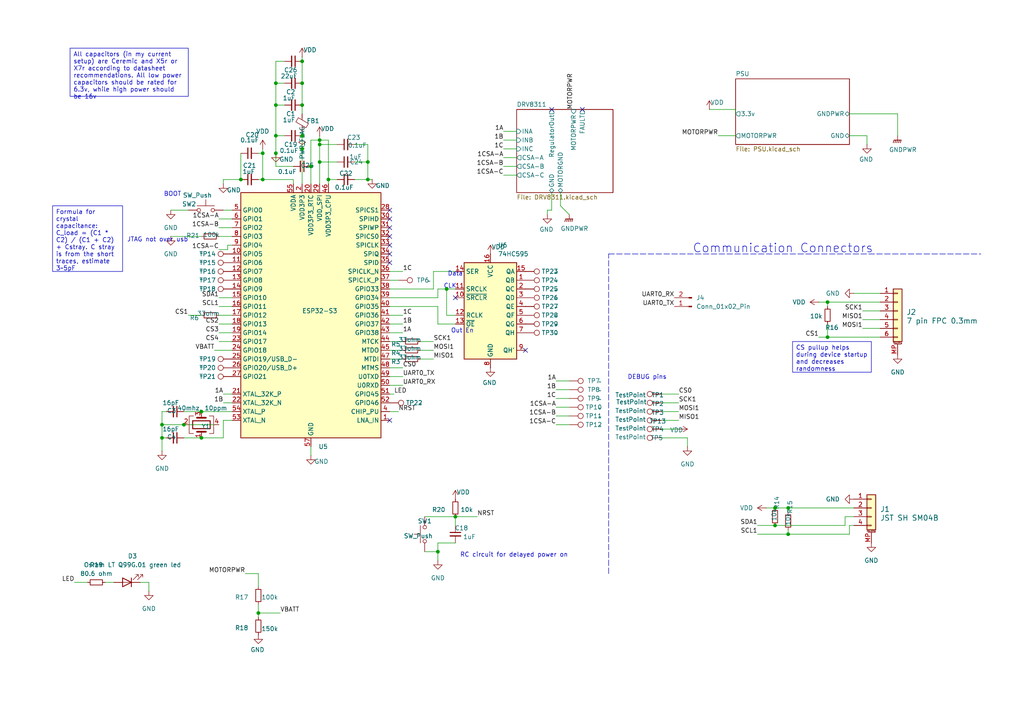
<source format=kicad_sch>
(kicad_sch (version 20231120) (generator "eeschema") (generator_version "8.0")
  (paper "A4")
  (title_block (date "2024-03-29") (rev "V1 Alpha"))
  (lib_symbols
    (symbol "74xx:74HC595"
      (property "Reference" "U" (at -7.62 13.97 0))
      (property "Value" "74HC595" (at -7.62 -16.51 0))
      (symbol "74HC595_1_0"
        (pin tri_state line (at 10.16 7.62 180) (length 2.54) (name "QB") (number "1"))
        (pin input line (at -10.16 2.54 0) (length 2.54) (name "~{SRCLR}") (number "10"))
        (pin input line (at -10.16 5.08 0) (length 2.54) (name "SRCLK") (number "11"))
        (pin input line (at -10.16 -2.54 0) (length 2.54) (name "RCLK") (number "12"))
        (pin input line (at -10.16 -5.08 0) (length 2.54) (name "~{OE}") (number "13"))
        (pin input line (at -10.16 10.16 0) (length 2.54) (name "SER") (number "14"))
        (pin tri_state line (at 10.16 10.16 180) (length 2.54) (name "QA") (number "15"))
        (pin power_in line (at 0 15.24 270) (length 2.54) (name "VCC") (number "16"))
        (pin tri_state line (at 10.16 5.08 180) (length 2.54) (name "QC") (number "2"))
        (pin tri_state line (at 10.16 2.54 180) (length 2.54) (name "QD") (number "3"))
        (pin tri_state line (at 10.16 0 180) (length 2.54) (name "QE") (number "4"))
        (pin tri_state line (at 10.16 -2.54 180) (length 2.54) (name "QF") (number "5"))
        (pin tri_state line (at 10.16 -5.08 180) (length 2.54) (name "QG") (number "6"))
        (pin tri_state line (at 10.16 -7.62 180) (length 2.54) (name "QH") (number "7"))
        (pin power_in line (at 0 -17.78 90) (length 2.54) (name "GND") (number "8"))
        (pin output line (at 10.16 -12.7 180) (length 2.54) (name "QH'") (number "9"))
      )
    )
    (symbol "Connector:Conn_01x02_Pin" (pin_names (offset 1.016) hide)
      (property "Reference" "J" (at 0 2.54 0))
      (property "Value" "Conn_01x02_Pin" (at 0 -5.08 0))
      (symbol "Conn_01x02_Pin_1_1"
        (pin passive line (at 5.08 0 180) (length 3.81) (name "Pin_1") (number "1"))
        (pin passive line (at 5.08 -2.54 180) (length 3.81) (name "Pin_2") (number "2"))
      )
    )
    (symbol "Connector:TestPoint" (pin_numbers hide) (pin_names (offset 0.762) hide)
      (property "Reference" "TP" (at 0 6.858 0))
      (property "Value" "TestPoint" (at 0 5.08 0))
      (symbol "TestPoint_1_1"
        (pin passive line (at 0 0 90) (length 2.54) (name "1") (number "1"))
      )
    )
    (symbol "Connector_Generic_MountingPin:Conn_01x04_MountingPin" (pin_names (offset 1.016) hide)
      (property "Reference" "J" (at 0 5.08 0))
      (property "Value" "Conn_01x04_MountingPin" (at 1.27 -7.62 0))
      (symbol "Conn_01x04_MountingPin_1_1"
        (text "Mounting" (at 0 -6.731 0) (effects (font (size 0.381 0.381))))
        (pin passive line (at -5.08 2.54 0) (length 3.81) (name "Pin_1") (number "1"))
        (pin passive line (at -5.08 0 0) (length 3.81) (name "Pin_2") (number "2"))
        (pin passive line (at -5.08 -2.54 0) (length 3.81) (name "Pin_3") (number "3"))
        (pin passive line (at -5.08 -5.08 0) (length 3.81) (name "Pin_4") (number "4"))
        (pin passive line (at 0 -10.16 90) (length 3.048) (name "MountPin") (number "MP"))
      )
    )
    (symbol "Connector_Generic_MountingPin:Conn_01x06_MountingPin" (pin_names (offset 1.016) hide)
      (property "Reference" "J" (at 0 7.62 0))
      (property "Value" "Conn_01x06_MountingPin" (at 1.27 -10.16 0))
      (symbol "Conn_01x06_MountingPin_1_1"
        (text "Mounting" (at 0 -9.271 0) (effects (font (size 0.381 0.381))))
        (pin passive line (at -5.08 5.08 0) (length 3.81) (name "Pin_1") (number "1"))
        (pin passive line (at -5.08 2.54 0) (length 3.81) (name "Pin_2") (number "2"))
        (pin passive line (at -5.08 0 0) (length 3.81) (name "Pin_3") (number "3"))
        (pin passive line (at -5.08 -2.54 0) (length 3.81) (name "Pin_4") (number "4"))
        (pin passive line (at -5.08 -5.08 0) (length 3.81) (name "Pin_5") (number "5"))
        (pin passive line (at -5.08 -7.62 0) (length 3.81) (name "Pin_6") (number "6"))
        (pin passive line (at 0 -12.7 90) (length 3.048) (name "MountPin") (number "MP"))
      )
    )
    (symbol "Device:C_Small" (pin_numbers hide) (pin_names (offset 0.254) hide)
      (property "Reference" "C" (at 0.254 1.778 0))
      (property "Value" "C_Small" (at 0.254 -2.032 0))
      (symbol "C_Small_1_1"
        (pin passive line (at 0 2.54 270) (length 2.032) (name "~") (number "1"))
        (pin passive line (at 0 -2.54 90) (length 2.032) (name "~") (number "2"))
      )
    )
    (symbol "Device:Crystal_GND24" (pin_names (offset 1.016) hide)
      (property "Reference" "Y" (at 3.175 5.08 0))
      (property "Value" "Crystal_GND24" (at 3.175 3.175 0))
      (symbol "Crystal_GND24_1_1"
        (pin passive line (at -3.81 0 0) (length 1.27) (name "1") (number "1"))
        (pin passive line (at 0 5.08 270) (length 1.27) (name "2") (number "2"))
        (pin passive line (at 3.81 0 180) (length 1.27) (name "3") (number "3"))
        (pin passive line (at 0 -5.08 90) (length 1.27) (name "4") (number "4"))
      )
    )
    (symbol "Device:FerriteBead_Small" (pin_numbers hide) (pin_names (offset 0))
      (property "Reference" "FB" (at 1.905 1.27 0))
      (property "Value" "FerriteBead_Small" (at 1.905 -1.27 0))
      (symbol "FerriteBead_Small_1_1"
        (pin passive line (at 0 2.54 270) (length 1.27) (name "~") (number "1"))
        (pin passive line (at 0 -2.54 90) (length 1.27) (name "~") (number "2"))
      )
    )
    (symbol "Device:LED" (pin_numbers hide) (pin_names (offset 1.016) hide)
      (property "Reference" "D" (at 0 2.54 0))
      (property "Value" "LED" (at 0 -2.54 0))
      (symbol "LED_1_1"
        (pin passive line (at -3.81 0 0) (length 2.54) (name "K") (number "1"))
        (pin passive line (at 3.81 0 180) (length 2.54) (name "A") (number "2"))
      )
    )
    (symbol "Device:R_Small" (pin_numbers hide) (pin_names (offset 0.254) hide)
      (property "Reference" "R" (at 0.762 0.508 0))
      (property "Value" "R_Small" (at 0.762 -1.016 0))
      (symbol "R_Small_1_1"
        (pin passive line (at 0 2.54 270) (length 0.762) (name "~") (number "1"))
        (pin passive line (at 0 -2.54 90) (length 0.762) (name "~") (number "2"))
      )
    )
    (symbol "MCU_Espressif:ESP32-S3"
      (property "Reference" "U" (at 10.16 -38.1 0))
      (property "Value" "ESP32-S3" (at 13.97 -40.64 0))
      (symbol "ESP32-S3_1_0"
        (pin bidirectional line (at 22.86 12.7 180) (length 2.54) (name "SPICLK_N") (number "36"))
        (pin bidirectional line (at 22.86 -10.16 180) (length 2.54) (name "MTDO") (number "45"))
        (pin bidirectional line (at 22.86 -22.86 180) (length 2.54) (name "GPIO45") (number "51"))
        (pin passive line (at -5.08 38.1 270) (length 2.54) hide (name "VDDA") (number "56"))
      )
      (symbol "ESP32-S3_1_1"
        (pin bidirectional line (at 22.86 -30.48 180) (length 2.54) (name "LNA_IN") (number "1"))
        (pin bidirectional line (at -22.86 17.78 0) (length 2.54) (name "GPIO5") (number "10"))
        (pin bidirectional line (at -22.86 15.24 0) (length 2.54) (name "GPIO6") (number "11"))
        (pin bidirectional line (at -22.86 12.7 0) (length 2.54) (name "GPIO7") (number "12"))
        (pin bidirectional line (at -22.86 10.16 0) (length 2.54) (name "GPIO8") (number "13"))
        (pin bidirectional line (at -22.86 7.62 0) (length 2.54) (name "GPIO9") (number "14"))
        (pin bidirectional line (at -22.86 5.08 0) (length 2.54) (name "GPIO10") (number "15"))
        (pin bidirectional line (at -22.86 2.54 0) (length 2.54) (name "GPIO11") (number "16"))
        (pin bidirectional line (at -22.86 0 0) (length 2.54) (name "GPIO12") (number "17"))
        (pin bidirectional line (at -22.86 -2.54 0) (length 2.54) (name "GPIO13") (number "18"))
        (pin bidirectional line (at -22.86 -5.08 0) (length 2.54) (name "GPIO14") (number "19"))
        (pin power_in line (at -2.54 38.1 270) (length 2.54) (name "VDD3P3") (number "2"))
        (pin power_in line (at 0 38.1 270) (length 2.54) (name "VDD3P3_RTC") (number "20"))
        (pin passive line (at -22.86 -22.86 0) (length 2.54) (name "XTAL_32K_P") (number "21"))
        (pin passive line (at -22.86 -25.4 0) (length 2.54) (name "XTAL_32K_N") (number "22"))
        (pin bidirectional line (at -22.86 -7.62 0) (length 2.54) (name "GPIO17") (number "23"))
        (pin bidirectional line (at -22.86 -10.16 0) (length 2.54) (name "GPIO18") (number "24"))
        (pin bidirectional line (at -22.86 -12.7 0) (length 2.54) (name "GPIO19/USB_D-") (number "25"))
        (pin bidirectional line (at -22.86 -15.24 0) (length 2.54) (name "GPIO20/USB_D+") (number "26"))
        (pin bidirectional line (at -22.86 -17.78 0) (length 2.54) (name "GPIO21") (number "27"))
        (pin bidirectional line (at 22.86 30.48 180) (length 2.54) (name "SPICS1") (number "28"))
        (pin power_in line (at 2.54 38.1 270) (length 2.54) (name "VDD_SPI") (number "29"))
        (pin passive line (at -2.54 38.1 270) (length 2.54) hide (name "VDD3P3") (number "3"))
        (pin bidirectional line (at 22.86 27.94 180) (length 2.54) (name "SPIHD") (number "30"))
        (pin bidirectional line (at 22.86 25.4 180) (length 2.54) (name "SPIWP") (number "31"))
        (pin bidirectional line (at 22.86 22.86 180) (length 2.54) (name "SPICS0") (number "32"))
        (pin bidirectional line (at 22.86 20.32 180) (length 2.54) (name "SPICLK") (number "33"))
        (pin bidirectional line (at 22.86 17.78 180) (length 2.54) (name "SPIQ") (number "34"))
        (pin bidirectional line (at 22.86 15.24 180) (length 2.54) (name "SPID") (number "35"))
        (pin bidirectional line (at 22.86 10.16 180) (length 2.54) (name "SPICLK_P") (number "37"))
        (pin bidirectional line (at 22.86 7.62 180) (length 2.54) (name "GPIO33") (number "38"))
        (pin bidirectional line (at 22.86 5.08 180) (length 2.54) (name "GPIO34") (number "39"))
        (pin input line (at 22.86 -27.94 180) (length 2.54) (name "CHIP_PU") (number "4"))
        (pin bidirectional line (at 22.86 2.54 180) (length 2.54) (name "GPIO35") (number "40"))
        (pin bidirectional line (at 22.86 0 180) (length 2.54) (name "GPIO36") (number "41"))
        (pin bidirectional line (at 22.86 -2.54 180) (length 2.54) (name "GPIO37") (number "42"))
        (pin bidirectional line (at 22.86 -5.08 180) (length 2.54) (name "GPIO38") (number "43"))
        (pin bidirectional line (at 22.86 -7.62 180) (length 2.54) (name "MTCK") (number "44"))
        (pin power_in line (at 5.08 38.1 270) (length 2.54) (name "VDD3P3_CPU") (number "46"))
        (pin bidirectional line (at 22.86 -12.7 180) (length 2.54) (name "MTDI") (number "47"))
        (pin bidirectional line (at 22.86 -15.24 180) (length 2.54) (name "MTMS") (number "48"))
        (pin bidirectional line (at 22.86 -17.78 180) (length 2.54) (name "U0TXD") (number "49"))
        (pin bidirectional line (at -22.86 30.48 0) (length 2.54) (name "GPIO0") (number "5"))
        (pin bidirectional line (at 22.86 -20.32 180) (length 2.54) (name "U0RXD") (number "50"))
        (pin bidirectional line (at 22.86 -25.4 180) (length 2.54) (name "GPIO46") (number "52"))
        (pin output line (at -22.86 -30.48 0) (length 2.54) (name "XTAL_N") (number "53"))
        (pin input line (at -22.86 -27.94 0) (length 2.54) (name "XTAL_P") (number "54"))
        (pin power_in line (at -5.08 38.1 270) (length 2.54) (name "VDDA") (number "55"))
        (pin power_in line (at 0 -38.1 90) (length 2.54) (name "GND") (number "57"))
        (pin bidirectional line (at -22.86 27.94 0) (length 2.54) (name "GPIO1") (number "6"))
        (pin bidirectional line (at -22.86 25.4 0) (length 2.54) (name "GPIO2") (number "7"))
        (pin bidirectional line (at -22.86 22.86 0) (length 2.54) (name "GPIO3") (number "8"))
        (pin bidirectional line (at -22.86 20.32 0) (length 2.54) (name "GPIO4") (number "9"))
      )
    )
    (symbol "Switch:SW_Push" (pin_numbers hide) (pin_names (offset 1.016) hide)
      (property "Reference" "SW" (at 1.27 2.54 0))
      (property "Value" "SW_Push" (at 0 -1.524 0))
      (symbol "SW_Push_0_1"
        (pin passive line (at -5.08 0 0) (length 2.54) (name "1") (number "1"))
        (pin passive line (at 5.08 0 180) (length 2.54) (name "2") (number "2"))
      )
    )
    (symbol "power:GND" (power) (pin_numbers hide) (pin_names (offset 0) hide)
      (property "Value" "GND" (at 0 -3.81 0))
      (symbol "GND_1_1"
        (pin power_in line (at 0 0 270) (length 0) (name "~") (number "1"))
      )
    )
    (symbol "power:GNDPWR" (power) (pin_numbers hide) (pin_names (offset 0) hide)
      (property "Value" "GNDPWR" (at 0 -3.302 0))
      (symbol "GNDPWR_1_1"
        (pin power_in line (at 0 0 270) (length 0) (name "~") (number "1"))
      )
    )
    (symbol "power:PWR_FLAG" (power) (pin_numbers hide) (pin_names (offset 0) hide)
      (property "Value" "PWR_FLAG" (at 0 3.81 0))
      (symbol "PWR_FLAG_0_0"
        (pin power_out line (at 0 0 90) (length 0) (name "~") (number "1"))
      )
    )
    (symbol "power:VDD" (power) (pin_numbers hide) (pin_names (offset 0) hide)
      (property "Value" "VDD" (at 0 3.556 0))
      (symbol "VDD_1_1"
        (pin power_in line (at 0 0 90) (length 0) (name "~") (number "1"))
      )
    )
  )
  (junction (at 228.6 147.32))
  (junction (at 76.2 52.07))
  (junction (at 127 160.02))
  (junction (at 69.85 52.07))
  (junction (at 58.42 119.38))
  (junction (at 92.71 41.91))
  (junction (at 74.93 177.8))
  (junction (at 53.34 123.19))
  (junction (at 92.71 40.64))
  (junction (at 106.68 52.07))
  (junction (at 80.01 24.13))
  (junction (at 87.63 30.48))
  (junction (at 87.63 43.18))
  (junction (at 240.03 87.63))
  (junction (at 87.63 39.37))
  (junction (at 132.08 149.86))
  (junction (at 90.17 48.26))
  (junction (at 80.01 44.45))
  (junction (at 224.79 152.4))
  (junction (at 76.2 44.45))
  (junction (at 228.6 154.94))
  (junction (at 240.03 97.79))
  (junction (at 95.25 52.07))
  (junction (at 87.63 24.13))
  (junction (at 106.68 46.99))
  (junction (at 46.99 123.19))
  (junction (at 92.71 46.99))
  (junction (at 58.42 127))
  (junction (at 80.01 30.48))
  (junction (at 80.01 39.37))
  (junction (at 46.99 127))
  (junction (at 87.63 17.78))
  (junction (at 224.79 147.32))
  (junction (at 129.54 83.82))
  (no_connect (at 113.03 121.92))
  (no_connect (at 113.03 68.58))
  (no_connect (at 113.03 71.12))
  (no_connect (at 168.91 31.75))
  (no_connect (at 113.03 63.5))
  (no_connect (at 113.03 76.2))
  (no_connect (at 152.4 101.6))
  (no_connect (at 113.03 66.04))
  (no_connect (at 113.03 60.96))
  (no_connect (at 160.02 31.75))
  (no_connect (at 113.03 73.66))
  (no_connect (at 132.08 86.36))
  (wire (pts (xy 158.75 60.96) (xy 160.02 60.96)))
  (wire (pts (xy 53.34 127) (xy 58.42 127)))
  (wire (pts (xy 30.48 168.91) (xy 33.02 168.91)))
  (wire (pts (xy 113.03 101.6) (xy 116.84 101.6)))
  (wire (pts (xy 116.84 78.74) (xy 113.03 78.74)))
  (wire (pts (xy 40.64 168.91) (xy 43.18 168.91)))
  (wire (pts (xy 90.17 40.64) (xy 90.17 48.26)))
  (wire (pts (xy 64.77 52.07) (xy 69.85 52.07)))
  (wire (pts (xy 222.25 147.32) (xy 224.79 147.32)))
  (wire (pts (xy 67.31 88.9) (xy 63.5 88.9)))
  (wire (pts (xy 97.79 41.91) (xy 92.71 41.91)))
  (wire (pts (xy 46.99 127) (xy 48.26 127)))
  (wire (pts (xy 54.61 91.44) (xy 58.42 91.44)))
  (wire (pts (xy 246.38 33.02) (xy 260.35 33.02)))
  (wire (pts (xy 146.05 43.18) (xy 149.86 43.18)))
  (wire (pts (xy 80.01 17.78) (xy 80.01 24.13)))
  (wire (pts (xy 87.63 17.78) (xy 87.63 24.13)))
  (wire (pts (xy 191.77 127) (xy 199.39 127)))
  (wire (pts (xy 228.6 154.94) (xy 246.38 154.94)))
  (wire (pts (xy 46.99 119.38) (xy 46.99 123.19)))
  (wire (pts (xy 127 88.9) (xy 113.03 88.9)))
  (wire (pts (xy 90.17 48.26) (xy 90.17 53.34)))
  (wire (pts (xy 92.71 46.99) (xy 92.71 53.34)))
  (wire (pts (xy 97.79 46.99) (xy 92.71 46.99)))
  (wire (pts (xy 92.71 41.91) (xy 92.71 46.99)))
  (wire (pts (xy 191.77 121.92) (xy 196.85 121.92)))
  (wire (pts (xy 132.08 78.74) (xy 125.73 78.74)))
  (wire (pts (xy 74.93 44.45) (xy 76.2 44.45)))
  (wire (pts (xy 129.54 91.44) (xy 129.54 83.82)))
  (wire (pts (xy 146.05 40.64) (xy 149.86 40.64)))
  (wire (pts (xy 161.29 110.49) (xy 165.1 110.49)))
  (wire (pts (xy 85.09 48.26) (xy 80.01 48.26)))
  (wire (pts (xy 127 157.48) (xy 127 160.02)))
  (wire (pts (xy 102.87 52.07) (xy 106.68 52.07)))
  (wire (pts (xy 146.05 45.72) (xy 149.86 45.72)))
  (wire (pts (xy 237.49 87.63) (xy 240.03 87.63)))
  (wire (pts (xy 87.63 33.02) (xy 87.63 30.48)))
  (wire (pts (xy 106.68 41.91) (xy 106.68 46.99)))
  (wire (pts (xy 224.79 147.32) (xy 228.6 147.32)))
  (wire (pts (xy 247.65 152.4) (xy 246.38 152.4)))
  (wire (pts (xy 95.25 40.64) (xy 92.71 40.64)))
  (wire (pts (xy 76.2 44.45) (xy 76.2 43.18)))
  (wire (pts (xy 115.57 119.38) (xy 113.03 119.38)))
  (wire (pts (xy 240.03 97.79) (xy 255.27 97.79)))
  (wire (pts (xy 63.5 93.98) (xy 67.31 93.98)))
  (wire (pts (xy 107.95 52.07) (xy 106.68 52.07)))
  (wire (pts (xy 76.2 44.45) (xy 76.2 52.07)))
  (wire (pts (xy 63.5 72.39) (xy 66.04 72.39)))
  (wire (pts (xy 250.19 95.25) (xy 255.27 95.25)))
  (wire (pts (xy 95.25 40.64) (xy 95.25 52.07)))
  (wire (pts (xy 113.03 99.06) (xy 116.84 99.06)))
  (wire (pts (xy 80.01 24.13) (xy 80.01 30.48)))
  (wire (pts (xy 160.02 60.96) (xy 160.02 55.88)))
  (wire (pts (xy 106.68 46.99) (xy 106.68 52.07)))
  (wire (pts (xy 74.93 52.07) (xy 76.2 52.07)))
  (wire (pts (xy 161.29 113.03) (xy 165.1 113.03)))
  (wire (pts (xy 127 83.82) (xy 127 86.36)))
  (wire (pts (xy 87.63 43.18) (xy 87.63 53.34)))
  (wire (pts (xy 85.09 53.34) (xy 85.09 52.07)))
  (wire (pts (xy 161.29 120.65) (xy 165.1 120.65)))
  (wire (pts (xy 132.08 157.48) (xy 127 157.48)))
  (wire (pts (xy 240.03 87.63) (xy 240.03 88.9)))
  (polyline (pts (xy 176.53 166.37) (xy 176.53 73.66)) (stroke (width 0) (type dash)))
  (wire (pts (xy 64.77 60.96) (xy 67.31 60.96)))
  (wire (pts (xy 92.71 39.37) (xy 92.71 40.64)))
  (wire (pts (xy 92.71 40.64) (xy 92.71 41.91)))
  (wire (pts (xy 102.87 41.91) (xy 106.68 41.91)))
  (wire (pts (xy 123.19 160.02) (xy 127 160.02)))
  (wire (pts (xy 113.03 104.14) (xy 116.84 104.14)))
  (wire (pts (xy 74.93 177.8) (xy 74.93 179.07)))
  (wire (pts (xy 58.42 119.38) (xy 67.31 119.38)))
  (wire (pts (xy 64.77 121.92) (xy 64.77 127)))
  (wire (pts (xy 63.5 66.04) (xy 67.31 66.04)))
  (wire (pts (xy 125.73 78.74) (xy 125.73 83.82)))
  (wire (pts (xy 161.29 115.57) (xy 165.1 115.57)))
  (wire (pts (xy 246.38 152.4) (xy 246.38 154.94)))
  (wire (pts (xy 62.23 101.6) (xy 67.31 101.6)))
  (wire (pts (xy 146.05 48.26) (xy 149.86 48.26)))
  (wire (pts (xy 80.01 24.13) (xy 82.55 24.13)))
  (wire (pts (xy 191.77 116.84) (xy 196.85 116.84)))
  (wire (pts (xy 246.38 39.37) (xy 251.46 39.37)))
  (wire (pts (xy 132.08 149.86) (xy 138.43 149.86)))
  (wire (pts (xy 251.46 39.37) (xy 251.46 41.91)))
  (wire (pts (xy 90.17 132.08) (xy 90.17 129.54)))
  (wire (pts (xy 87.63 38.1) (xy 87.63 39.37)))
  (wire (pts (xy 132.08 83.82) (xy 129.54 83.82)))
  (wire (pts (xy 129.54 83.82) (xy 127 83.82)))
  (wire (pts (xy 247.65 149.86) (xy 245.11 149.86)))
  (wire (pts (xy 228.6 154.94) (xy 228.6 153.67)))
  (wire (pts (xy 127 160.02) (xy 127 162.56)))
  (wire (pts (xy 21.59 168.91) (xy 25.4 168.91)))
  (wire (pts (xy 46.99 119.38) (xy 48.26 119.38)))
  (wire (pts (xy 102.87 46.99) (xy 106.68 46.99)))
  (wire (pts (xy 116.84 96.52) (xy 113.03 96.52)))
  (wire (pts (xy 49.53 68.58) (xy 58.42 68.58)))
  (wire (pts (xy 87.63 24.13) (xy 87.63 30.48)))
  (wire (pts (xy 161.29 118.11) (xy 165.1 118.11)))
  (wire (pts (xy 80.01 30.48) (xy 80.01 39.37)))
  (wire (pts (xy 245.11 149.86) (xy 245.11 152.4)))
  (wire (pts (xy 87.63 16.51) (xy 87.63 17.78)))
  (wire (pts (xy 132.08 93.98) (xy 127 93.98)))
  (wire (pts (xy 191.77 124.46) (xy 196.85 124.46)))
  (wire (pts (xy 208.28 39.37) (xy 213.36 39.37)))
  (wire (pts (xy 125.73 99.06) (xy 121.92 99.06)))
  (wire (pts (xy 116.84 93.98) (xy 113.03 93.98)))
  (wire (pts (xy 132.08 91.44) (xy 129.54 91.44)))
  (wire (pts (xy 64.77 116.84) (xy 67.31 116.84)))
  (wire (pts (xy 114.3 114.3) (xy 113.03 114.3)))
  (wire (pts (xy 250.19 90.17) (xy 255.27 90.17)))
  (wire (pts (xy 71.12 166.37) (xy 74.93 166.37)))
  (wire (pts (xy 53.34 123.19) (xy 63.5 123.19)))
  (wire (pts (xy 127 93.98) (xy 127 88.9)))
  (wire (pts (xy 199.39 127) (xy 199.39 129.54)))
  (wire (pts (xy 146.05 50.8) (xy 149.86 50.8)))
  (wire (pts (xy 240.03 93.98) (xy 240.03 97.79)))
  (wire (pts (xy 46.99 123.19) (xy 46.99 127)))
  (wire (pts (xy 116.84 109.22) (xy 113.03 109.22)))
  (wire (pts (xy 64.77 127) (xy 58.42 127)))
  (wire (pts (xy 224.79 152.4) (xy 245.11 152.4)))
  (wire (pts (xy 63.5 99.06) (xy 67.31 99.06)))
  (wire (pts (xy 116.84 111.76) (xy 113.03 111.76)))
  (wire (pts (xy 205.74 31.75) (xy 213.36 31.75)))
  (wire (pts (xy 240.03 87.63) (xy 255.27 87.63)))
  (wire (pts (xy 74.93 166.37) (xy 74.93 170.18)))
  (polyline (pts (xy 176.53 73.66) (xy 284.48 73.66)) (stroke (width 0) (type dash)))
  (wire (pts (xy 95.25 52.07) (xy 95.25 53.34)))
  (wire (pts (xy 191.77 119.38) (xy 196.85 119.38)))
  (wire (pts (xy 87.63 39.37) (xy 87.63 43.18)))
  (wire (pts (xy 63.5 68.58) (xy 67.31 68.58)))
  (wire (pts (xy 127 86.36) (xy 113.03 86.36)))
  (wire (pts (xy 213.36 31.75) (xy 213.36 33.02)))
  (wire (pts (xy 66.04 72.39) (xy 66.04 71.12)))
  (wire (pts (xy 80.01 39.37) (xy 80.01 44.45)))
  (wire (pts (xy 219.71 154.94) (xy 228.6 154.94)))
  (wire (pts (xy 162.56 59.69) (xy 165.1 62.23)))
  (wire (pts (xy 162.56 55.88) (xy 162.56 59.69)))
  (wire (pts (xy 228.6 147.32) (xy 228.6 148.59)))
  (wire (pts (xy 53.34 119.38) (xy 58.42 119.38)))
  (wire (pts (xy 121.92 101.6) (xy 125.73 101.6)))
  (wire (pts (xy 97.79 52.07) (xy 95.25 52.07)))
  (wire (pts (xy 43.18 168.91) (xy 43.18 171.45)))
  (wire (pts (xy 82.55 30.48) (xy 80.01 30.48)))
  (wire (pts (xy 113.03 81.28) (xy 115.57 81.28)))
  (wire (pts (xy 80.01 44.45) (xy 80.01 48.26)))
  (wire (pts (xy 113.03 106.68) (xy 116.84 106.68)))
  (wire (pts (xy 121.92 104.14) (xy 125.73 104.14)))
  (wire (pts (xy 64.77 53.34) (xy 64.77 52.07)))
  (wire (pts (xy 74.93 175.26) (xy 74.93 177.8)))
  (wire (pts (xy 146.05 38.1) (xy 149.86 38.1)))
  (wire (pts (xy 82.55 17.78) (xy 80.01 17.78)))
  (wire (pts (xy 196.85 114.3) (xy 191.77 114.3)))
  (wire (pts (xy 69.85 44.45) (xy 69.85 52.07)))
  (wire (pts (xy 132.08 149.86) (xy 132.08 152.4)))
  (wire (pts (xy 80.01 39.37) (xy 82.55 39.37)))
  (wire (pts (xy 161.29 123.19) (xy 165.1 123.19)))
  (wire (pts (xy 63.5 96.52) (xy 67.31 96.52)))
  (wire (pts (xy 228.6 147.32) (xy 247.65 147.32)))
  (wire (pts (xy 76.2 52.07) (xy 85.09 52.07)))
  (wire (pts (xy 49.53 60.96) (xy 54.61 60.96)))
  (wire (pts (xy 250.19 92.71) (xy 255.27 92.71)))
  (wire (pts (xy 125.73 83.82) (xy 113.03 83.82)))
  (wire (pts (xy 66.04 71.12) (xy 67.31 71.12)))
  (wire (pts (xy 260.35 39.37) (xy 260.35 33.02)))
  (wire (pts (xy 219.71 152.4) (xy 224.79 152.4)))
  (wire (pts (xy 63.5 63.5) (xy 67.31 63.5)))
  (wire (pts (xy 63.5 91.44) (xy 67.31 91.44)))
  (wire (pts (xy 123.19 149.86) (xy 132.08 149.86)))
  (wire (pts (xy 46.99 127) (xy 46.99 130.81)))
  (wire (pts (xy 74.93 177.8) (xy 81.28 177.8)))
  (wire (pts (xy 46.99 123.19) (xy 53.34 123.19)))
  (wire (pts (xy 90.17 40.64) (xy 92.71 40.64)))
  (wire (pts (xy 237.49 97.79) (xy 240.03 97.79)))
  (wire (pts (xy 64.77 114.3) (xy 67.31 114.3)))
  (wire (pts (xy 116.84 91.44) (xy 113.03 91.44)))
  (wire (pts (xy 67.31 86.36) (xy 63.5 86.36)))
  (wire (pts (xy 67.31 121.92) (xy 64.77 121.92)))
  (wire (pts (xy 247.65 85.09) (xy 255.27 85.09)))
  (wire (pts (xy 158.75 60.96) (xy 158.75 62.23)))
  (text_box "CS pullup helps during device startup and decreases randomness" (at 229.87 99.06 0) (size 22.86 8.89) (effects (font (size 1.27 1.27)) (justify left top)))
  (text_box "All capacitors (in my current setup) are Ceremic and X5r or X7r according to datasheet recommendations. All low power capacitors should be rated for 6.3v, while high power should be 16v" (at 20.32 13.97 0) (size 34.29 13.97) (effects (font (size 1.27 1.27)) (justify left top)))
  (text_box "Formula for crystal capacitance: C_load = (C1 * C2) / (C1 + C2) + Cstray. C stray is from the short traces, estimate 3~5pF" (at 15.24 59.69 0) (size 20.32 19.05) (effects (font (size 1.27 1.27)) (justify left top)))
  (text "Communication Connectors" (at 227.076 72.136 0) (effects (font (size 2.54 2.54))))
  (text "JTAG not over usb" (at 45.72 69.596 0) (effects (font (size 1.27 1.27))))
  (text "RC circuit for delayed power on" (at 149.098 161.036 0) (effects (font (size 1.27 1.27))))
  (text "Data" (at 132.08 79.502 0) (effects (font (size 1.27 1.27))))
  (text "BOOT" (at 50.038 56.388 0) (effects (font (size 1.27 1.27))))
  (text "CLK" (at 130.556 83.058 0) (effects (font (size 1.27 1.27))))
  (text "DEBUG pins" (at 187.706 109.474 0) (effects (font (size 1.27 1.27))))
  (text "Out En" (at 134.112 96.012 0) (effects (font (size 1.27 1.27))))
  (label "VBATT" (at 81.28 177.8 0))
  (label "SCK1" (at 196.85 116.84 0))
  (label "VBATT" (at 62.23 101.6 180))
  (label "SDA1" (at 63.5 86.36 180))
  (label "LED" (at 21.59 168.91 180))
  (label "UART0_TX" (at 116.84 109.22 0))
  (label "SCL1" (at 63.5 88.9 180))
  (label "CS0" (at 116.84 106.68 0))
  (label "CS1" (at 54.61 91.44 180))
  (label "1CSA-B" (at 63.5 66.04 180))
  (label "1B" (at 161.29 113.03 180))
  (label "UART0_RX" (at 195.58 86.36 180))
  (label "UART0_RX" (at 116.84 111.76 0))
  (label "SCK1" (at 250.19 90.17 180))
  (label "1A" (at 161.29 110.49 180))
  (label "1B" (at 64.77 116.84 180))
  (label "MOTORPWR" (at 166.37 31.75 90))
  (label "1B" (at 116.84 93.98 0))
  (label "SCL1" (at 219.71 154.94 180))
  (label "1CSA-A" (at 161.29 118.11 180))
  (label "NRST" (at 138.43 149.86 0))
  (label "1B" (at 146.05 40.64 180))
  (label "1C" (at 161.29 115.57 180))
  (label "1CSA-B" (at 146.05 48.26 180))
  (label "1CSA-C" (at 63.5 72.39 180))
  (label "1C" (at 146.05 43.18 180))
  (label "MOSI1" (at 196.85 119.38 0))
  (label "MOTORPWR" (at 71.12 166.37 180))
  (label "1CSA-A" (at 63.5 63.5 180))
  (label "CS4" (at 63.5 99.06 180))
  (label "CS2" (at 63.5 93.98 180))
  (label "CS1" (at 237.49 97.79 180))
  (label "MISO1" (at 196.85 121.92 0))
  (label "CS0" (at 196.85 114.3 0))
  (label "MISO1" (at 250.19 92.71 180))
  (label "UART0_TX" (at 195.58 88.9 180))
  (label "1A" (at 116.84 96.52 0))
  (label "1C" (at 116.84 78.74 0))
  (label "CS3" (at 63.5 96.52 180))
  (label "1CSA-C" (at 161.29 123.19 180))
  (label "MISO1" (at 125.73 104.14 0))
  (label "1C" (at 116.84 91.44 0))
  (label "1A" (at 64.77 114.3 180))
  (label "MOSI1" (at 125.73 101.6 0))
  (label "SCK1" (at 125.73 99.06 0))
  (label "1CSA-B" (at 161.29 120.65 180))
  (label "1CSA-C" (at 146.05 50.8 180))
  (label "1A" (at 146.05 38.1 180))
  (label "MOTORPWR" (at 208.28 39.37 180))
  (label "NRST" (at 115.57 119.38 0))
  (label "1CSA-A" (at 146.05 45.72 180))
  (label "SDA1" (at 219.71 152.4 180))
  (label "MOSI1" (at 250.19 95.25 180))
  (label "LED" (at 114.3 114.3 0))
  (symbol (lib_id "Device:C_Small") (at 72.39 52.07 90) (unit 1)
    (property "Reference" "C21" (at 72.39 48.006 90))
    (property "Value" "1uF" (at 72.136 49.784 90))
    (property "Footprint" "Capacitor_SMD:C_0603_1608Metric" (effects (hide yes)))
    (property "Description" "Unpolarized capacitor, small symbol" (effects (hide yes)))
  )
  (symbol (lib_id "power:GND") (at 158.75 62.23 0) (unit 1)
    (property "Reference" "#PWR09" (effects (hide yes)))
    (property "Value" "GND" (at 158.496 66.548 0))
    (property "Description" "Power symbol creates a global label with name \"GND\" , ground" (effects (hide yes)))
  )
  (symbol (lib_id "Connector:TestPoint") (at 152.4 81.28 270) (unit 1)
    (property "Reference" "TP24" (at 159.512 81.28 90))
    (property "Value" "~" (at 161.29 81.534 90))
    (property "Footprint" "TestPoint:TestPoint_Pad_D1.5mm" (effects (hide yes)))
    (property "Description" "test point" (effects (hide yes)))
  )
  (symbol (lib_id "Connector:TestPoint") (at 67.31 83.82 90) (unit 1)
    (property "Reference" "TP18" (at 60.198 83.82 90))
    (property "Value" "~" (at 58.42 83.566 90))
    (property "Footprint" "TestPoint:TestPoint_Pad_D1.5mm" (effects (hide yes)))
    (property "Description" "test point" (effects (hide yes)))
  )
  (symbol (lib_id "power:VDD") (at 142.24 73.66 0) (unit 1)
    (property "Reference" "#PWR035" (effects (hide yes)))
    (property "Value" "VDD" (at 144.526 71.628 0))
    (property "Description" "Power symbol creates a global label with name \"VDD\"" (effects (hide yes)))
  )
  (symbol (lib_id "Device:C_Small") (at 87.63 48.26 270) (unit 1)
    (property "Reference" "C25" (at 89.154 48.006 90))
    (property "Value" "0.1uF" (at 83.312 49.784 90))
    (property "Footprint" "Capacitor_SMD:C_0603_1608Metric" (effects (hide yes)))
    (property "Description" "Unpolarized capacitor, small symbol" (effects (hide yes)))
  )
  (symbol (lib_id "Device:R_Small") (at 228.6 151.13 0) (unit 1)
    (property "Reference" "R15" (at 229.108 147.066 90))
    (property "Value" "10k" (at 228.6 150.622 90))
    (property "Footprint" "Resistor_SMD:R_0603_1608Metric" (effects (hide yes)))
    (property "Description" "Resistor, small symbol" (effects (hide yes)))
  )
  (symbol (lib_id "Device:R_Small") (at 240.03 91.44 0) (unit 1)
    (property "Reference" "R16" (at 241.3 94.996 0))
    (property "Value" "10k" (at 236.728 91.694 0))
    (property "Footprint" "Resistor_SMD:R_0603_1608Metric" (effects (hide yes)))
    (property "Description" "Resistor, small symbol" (effects (hide yes)))
  )
  (symbol (lib_id "power:GND") (at 247.65 85.09 270) (unit 1)
    (property "Reference" "#PWR016" (effects (hide yes)))
    (property "Value" "GND" (at 243.586 85.0899 90) (effects (justify right)))
    (property "Description" "Power symbol creates a global label with name \"GND\" , ground" (effects (hide yes)))
  )
  (symbol (lib_id "power:GND") (at 49.53 60.96 0) (unit 1)
    (property "Reference" "#PWR032" (effects (hide yes)))
    (property "Value" "GND" (at 49.53 66.04 0))
    (property "Description" "Power symbol creates a global label with name \"GND\" , ground" (effects (hide yes)))
  )
  (symbol (lib_id "Connector:TestPoint") (at 165.1 120.65 270) (unit 1)
    (property "Reference" "TP11" (at 172.212 120.65 90))
    (property "Value" "~" (at 173.99 120.904 90))
    (property "Footprint" "TestPoint:TestPoint_Pad_D1.5mm" (effects (hide yes)))
    (property "Description" "test point" (effects (hide yes)))
  )
  (symbol (lib_id "Switch:SW_Push") (at 123.19 154.94 90) (unit 1)
    (property "Reference" "SW1" (at 121.158 151.13 90) (effects (justify right)))
    (property "Value" "SW_Push" (at 117.094 155.448 90) (effects (justify right)))
    (property "Footprint" "Button_Switch_SMD:SW_Push_1P1T_NO_CK_KMR2" (effects (hide yes)))
    (property "Description" "Push button switch, generic, two pins" (effects (hide yes)))
  )
  (symbol (lib_id "power:VDD") (at 92.71 39.37 0) (unit 1)
    (property "Reference" "#PWR04" (effects (hide yes)))
    (property "Value" "VDD" (at 94.996 37.338 0))
    (property "Description" "Power symbol creates a global label with name \"VDD\"" (effects (hide yes)))
  )
  (symbol (lib_id "power:GND") (at 247.65 144.78 270) (unit 1)
    (property "Reference" "#PWR014" (effects (hide yes)))
    (property "Value" "GND" (at 243.586 144.7799 90) (effects (justify right)))
    (property "Description" "Power symbol creates a global label with name \"GND\" , ground" (effects (hide yes)))
  )
  (symbol (lib_id "power:GND") (at 90.17 132.08 0) (unit 1)
    (property "Reference" "#PWR013" (effects (hide yes)))
    (property "Value" "GND" (at 93.218 133.858 0))
    (property "Description" "Power symbol creates a global label with name \"GND\" , ground" (effects (hide yes)))
  )
  (symbol (lib_id "power:GND") (at 74.93 184.15 0) (unit 1)
    (property "Reference" "#PWR026" (effects (hide yes)))
    (property "Value" "GND" (at 74.676 188.468 0))
    (property "Description" "Power symbol creates a global label with name \"GND\" , ground" (effects (hide yes)))
  )
  (symbol (lib_id "Connector:TestPoint") (at 115.57 81.28 270) (unit 1)
    (property "Reference" "TP6" (at 122.682 81.28 90))
    (property "Value" "~" (at 124.46 81.534 90))
    (property "Footprint" "TestPoint:TestPoint_Pad_D1.5mm" (effects (hide yes)))
    (property "Description" "test point" (effects (hide yes)))
  )
  (symbol (lib_id "power:GND") (at 80.01 44.45 0) (unit 1)
    (property "Reference" "#PWR03" (effects (hide yes)))
    (property "Value" "GND" (at 83.058 46.228 0))
    (property "Description" "Power symbol creates a global label with name \"GND\" , ground" (effects (hide yes)))
  )
  (symbol (lib_id "Connector:TestPoint") (at 67.31 76.2 90) (unit 1)
    (property "Reference" "TP15" (at 60.198 76.2 90))
    (property "Value" "~" (at 58.42 75.946 90))
    (property "Footprint" "TestPoint:TestPoint_Pad_D1.5mm" (effects (hide yes)))
    (property "Description" "test point" (effects (hide yes)))
  )
  (symbol (lib_id "Device:R_Small") (at 74.93 181.61 180) (unit 1)
    (property "Reference" "R18" (at 70.104 182.118 0))
    (property "Value" "150k" (at 78.232 182.372 0))
    (property "Footprint" "Resistor_SMD:R_0603_1608Metric" (effects (hide yes)))
    (property "Description" "Resistor, small symbol" (effects (hide yes)))
  )
  (symbol (lib_id "power:VDD") (at 237.49 87.63 90) (unit 1)
    (property "Reference" "#PWR017" (effects (hide yes)))
    (property "Value" "VDD" (at 233.68 87.6299 90) (effects (justify left)))
    (property "Description" "Power symbol creates a global label with name \"VDD\"" (effects (hide yes)))
  )
  (symbol (lib_id "power:GND") (at 142.24 106.68 0) (unit 1)
    (property "Reference" "#PWR036" (effects (hide yes)))
    (property "Value" "GND" (at 141.986 110.998 0))
    (property "Description" "Power symbol creates a global label with name \"GND\" , ground" (effects (hide yes)))
  )
  (symbol (lib_id "power:GND") (at 107.95 52.07 0) (unit 1)
    (property "Reference" "#PWR031" (effects (hide yes)))
    (property "Value" "GND" (at 110.998 53.848 0))
    (property "Description" "Power symbol creates a global label with name \"GND\" , ground" (effects (hide yes)))
  )
  (symbol (lib_id "Device:R_Small") (at 74.93 172.72 180) (unit 1)
    (property "Reference" "R17" (at 70.104 173.228 0))
    (property "Value" "100k" (at 78.232 173.228 0))
    (property "Footprint" "Resistor_SMD:R_0603_1608Metric" (effects (hide yes)))
    (property "Description" "Resistor, small symbol" (effects (hide yes)))
  )
  (symbol (lib_id "Device:C_Small") (at 72.39 44.45 90) (unit 1)
    (property "Reference" "C20" (at 73.152 39.116 90))
    (property "Value" "0.1uF" (at 72.3963 40.64 90))
    (property "Footprint" "Capacitor_SMD:C_0603_1608Metric" (effects (hide yes)))
    (property "Description" "Unpolarized capacitor, small symbol" (effects (hide yes)))
  )
  (symbol (lib_id "Device:R_Small") (at 132.08 147.32 180) (unit 1)
    (property "Reference" "R20" (at 127.254 147.828 0))
    (property "Value" "10k" (at 135.382 147.828 0))
    (property "Footprint" "Resistor_SMD:R_0603_1608Metric" (effects (hide yes)))
    (property "Description" "Resistor, small symbol" (effects (hide yes)))
  )
  (symbol (lib_id "Connector:TestPoint") (at 152.4 83.82 270) (unit 1)
    (property "Reference" "TP25" (at 159.512 83.82 90))
    (property "Value" "~" (at 161.29 84.074 90))
    (property "Footprint" "TestPoint:TestPoint_Pad_D1.5mm" (effects (hide yes)))
    (property "Description" "test point" (effects (hide yes)))
  )
  (symbol (lib_id "power:GND") (at 43.18 171.45 0) (unit 1)
    (property "Reference" "#PWR028" (effects (hide yes)))
    (property "Value" "GND" (at 43.18 176.53 0))
    (property "Description" "Power symbol creates a global label with name \"GND\" , ground" (effects (hide yes)))
  )
  (symbol (lib_id "Connector:TestPoint") (at 67.31 106.68 90) (unit 1)
    (property "Reference" "TP20" (at 60.198 106.68 90))
    (property "Value" "~" (at 58.42 106.426 90))
    (property "Footprint" "TestPoint:TestPoint_Pad_D1.5mm" (effects (hide yes)))
    (property "Description" "test point" (effects (hide yes)))
  )
  (symbol (lib_id "power:VDD") (at 222.25 147.32 90) (unit 1)
    (property "Reference" "#PWR015" (effects (hide yes)))
    (property "Value" "VDD" (at 218.44 147.3199 90) (effects (justify left)))
    (property "Description" "Power symbol creates a global label with name \"VDD\"" (effects (hide yes)))
  )
  (symbol (lib_id "Device:C_Small") (at 50.8 127 270) (unit 1)
    (property "Reference" "C4" (at 49.784 126.746 90))
    (property "Value" "16pF" (at 49.53 124.46 90))
    (property "Footprint" "Capacitor_SMD:C_0603_1608Metric_Pad1.08x0.95mm_HandSolder" (effects (hide yes)))
    (property "Description" "Unpolarized capacitor, small symbol" (effects (hide yes)))
  )
  (symbol (lib_id "Device:C_Small") (at 100.33 52.07 90) (unit 1)
    (property "Reference" "C22" (at 100.33 50.292 90))
    (property "Value" "0.1uF" (at 99.822 54.356 90))
    (property "Footprint" "Capacitor_SMD:C_0603_1608Metric" (effects (hide yes)))
    (property "Description" "Unpolarized capacitor, small symbol" (effects (hide yes)))
  )
  (symbol (lib_id "Device:FerriteBead_Small") (at 87.63 35.56 180) (unit 1)
    (property "Reference" "FB1" (at 88.9 35.052 0) (effects (justify right)))
    (property "Value" "120ohm imp @100mhz" (effects (hide yes)))
    (property "Footprint" "Inductor_SMD:L_0603_1608Metric" (effects (hide yes)))
    (property "Description" "Ferrite bead, small symbol" (effects (hide yes)))
  )
  (symbol (lib_id "Connector:TestPoint") (at 191.77 114.3 90) (unit 1)
    (property "Reference" "TP1" (at 190.754 114.554 90))
    (property "Value" "TestPoint" (at 182.88 114.554 90))
    (property "Footprint" "TestPoint:TestPoint_Pad_D1.5mm" (effects (hide yes)))
    (property "Description" "test point" (effects (hide yes)))
  )
  (symbol (lib_id "Connector:TestPoint") (at 165.1 115.57 270) (unit 1)
    (property "Reference" "TP9" (at 172.212 115.57 90))
    (property "Value" "~" (at 173.99 115.824 90))
    (property "Footprint" "TestPoint:TestPoint_Pad_D1.5mm" (effects (hide yes)))
    (property "Description" "test point" (effects (hide yes)))
  )
  (symbol (lib_id "power:GND") (at 252.73 157.48 0) (unit 1)
    (property "Reference" "#PWR025" (effects (hide yes)))
    (property "Value" "GND" (at 252.73 162.56 0))
    (property "Description" "Power symbol creates a global label with name \"GND\" , ground" (effects (hide yes)))
  )
  (symbol (lib_id "Device:C_Small") (at 85.09 30.48 270) (unit 1)
    (property "Reference" "C1" (at 84.328 33.02 90))
    (property "Value" "1uF" (at 83.82 34.798 90))
    (property "Footprint" "Capacitor_SMD:C_0603_1608Metric" (effects (hide yes)))
    (property "Description" "Unpolarized capacitor, small symbol" (effects (hide yes)))
  )
  (symbol (lib_id "Connector:TestPoint") (at 67.31 73.66 90) (unit 1)
    (property "Reference" "TP14" (at 60.198 73.66 90))
    (property "Value" "~" (at 58.42 73.406 90))
    (property "Footprint" "TestPoint:TestPoint_Pad_D1.5mm" (effects (hide yes)))
    (property "Description" "test point" (effects (hide yes)))
  )
  (symbol (lib_id "power:GNDPWR") (at 165.1 62.23 0) (unit 1)
    (property "Reference" "#PWR010" (effects (hide yes)))
    (property "Value" "GNDPWR" (at 166.624 66.294 0))
    (property "Description" "Power symbol creates a global label with name \"GNDPWR\" , global ground" (effects (hide yes)))
  )
  (symbol (lib_id "Device:C_Small") (at 100.33 41.91 90) (unit 1)
    (property "Reference" "C23" (at 102.616 39.878 90))
    (property "Value" "0.1uF" (at 103.632 42.164 90))
    (property "Footprint" "Capacitor_SMD:C_0603_1608Metric" (effects (hide yes)))
    (property "Description" "Unpolarized capacitor, small symbol" (effects (hide yes)))
  )
  (symbol (lib_id "Connector_Generic_MountingPin:Conn_01x04_MountingPin") (at 252.73 147.32 0) (unit 1)
    (property "Reference" "J1" (at 255.27 147.6755 0) (effects (font (size 1.524 1.524)) (justify left)))
    (property "Value" "JST SH SM04B" (at 255.27 150.2155 0) (effects (font (size 1.524 1.524)) (justify left)))
    (property "Footprint" "Connector_JST:JST_SH_SM04B-SRSS-TB_1x04-1MP_P1.00mm_Horizontal" (effects (hide yes)))
    (property "Description" "Generic connectable mounting pin connector, single row, 01x04, script generated (kicad-library-utils/schlib/autogen/connector/)" (effects (hide yes)))
  )
  (symbol (lib_id "Connector:TestPoint") (at 165.1 118.11 270) (unit 1)
    (property "Reference" "TP10" (at 172.212 118.11 90))
    (property "Value" "~" (at 173.99 118.364 90))
    (property "Footprint" "TestPoint:TestPoint_Pad_D1.5mm" (effects (hide yes)))
    (property "Description" "test point" (effects (hide yes)))
  )
  (symbol (lib_id "power:GND") (at 251.46 41.91 0) (unit 1)
    (property "Reference" "#PWR02" (effects (hide yes)))
    (property "Value" "GND" (at 251.206 46.228 0))
    (property "Description" "Power symbol creates a global label with name \"GND\" , ground" (effects (hide yes)))
  )
  (symbol (lib_id "Connector:TestPoint") (at 67.31 109.22 90) (unit 1)
    (property "Reference" "TP21" (at 60.198 109.22 90))
    (property "Value" "~" (at 58.42 108.966 90))
    (property "Footprint" "TestPoint:TestPoint_Pad_D1.5mm" (effects (hide yes)))
    (property "Description" "test point" (effects (hide yes)))
  )
  (symbol (lib_id "Connector:TestPoint") (at 67.31 104.14 90) (unit 1)
    (property "Reference" "TP19" (at 60.198 104.14 90))
    (property "Value" "~" (at 58.42 103.886 90))
    (property "Footprint" "TestPoint:TestPoint_Pad_D1.5mm" (effects (hide yes)))
    (property "Description" "test point" (effects (hide yes)))
  )
  (symbol (lib_id "Device:C_Small") (at 50.8 119.38 270) (unit 1)
    (property "Reference" "C3" (at 49.784 119.126 90))
    (property "Value" "16pF" (at 49.53 116.84 90))
    (property "Footprint" "Capacitor_SMD:C_0603_1608Metric_Pad1.08x0.95mm_HandSolder" (effects (hide yes)))
    (property "Description" "Unpolarized capacitor, small symbol" (effects (hide yes)))
  )
  (symbol (lib_id "Device:C_Small") (at 132.08 154.94 0) (unit 1)
    (property "Reference" "C18" (at 133.858 153.162 0))
    (property "Value" "1uF" (at 136.144 155.702 0))
    (property "Footprint" "Capacitor_SMD:C_0603_1608Metric_Pad1.08x0.95mm_HandSolder" (effects (hide yes)))
    (property "Description" "Unpolarized capacitor, small symbol" (effects (hide yes)))
  )
  (symbol (lib_id "Connector:TestPoint") (at 191.77 121.92 90) (unit 1)
    (property "Reference" "TP13" (at 190.754 122.174 90))
    (property "Value" "TestPoint" (at 182.88 121.666 90))
    (property "Footprint" "TestPoint:TestPoint_Pad_D1.5mm" (effects (hide yes)))
    (property "Description" "test point" (effects (hide yes)))
  )
  (symbol (lib_id "Connector:TestPoint") (at 152.4 96.52 270) (unit 1)
    (property "Reference" "TP30" (at 159.512 96.52 90))
    (property "Value" "~" (at 161.29 96.774 90))
    (property "Footprint" "TestPoint:TestPoint_Pad_D1.5mm" (effects (hide yes)))
    (property "Description" "test point" (effects (hide yes)))
  )
  (symbol (lib_id "Device:Crystal_GND24") (at 58.42 123.19 90) (unit 1)
    (property "Reference" "Y1" (at 59.69 123.698 90))
    (property "Value" "40mhz, 10ppm" (at 58.674 118.364 90))
    (property "Footprint" "Crystal:Crystal_SMD_Abracon_ABM8G-4Pin_3.2x2.5mm" (effects (hide yes)))
    (property "Description" "Four pin crystal, GND on pins 2 and 4" (effects (hide yes)))
  )
  (symbol (lib_id "Connector:TestPoint") (at 113.03 116.84 270) (unit 1)
    (property "Reference" "TP22" (at 120.142 116.84 90))
    (property "Value" "~" (at 121.92 117.094 90))
    (property "Footprint" "TestPoint:TestPoint_Pad_D1.5mm" (effects (hide yes)))
    (property "Description" "test point" (effects (hide yes)))
  )
  (symbol (lib_id "Connector:Conn_01x02_Pin") (at 200.66 88.9 180) (unit 1)
    (property "Reference" "J4" (at 201.93 86.3599 0) (effects (justify right)))
    (property "Value" "Conn_01x02_Pin" (at 201.93 88.8999 0) (effects (justify right)))
    (property "Footprint" "Connector_PinHeader_2.54mm:PinHeader_1x02_P2.54mm_Vertical" (effects (hide yes)))
    (property "Description" "Generic connector, single row, 01x02, script generated" (effects (hide yes)))
  )
  (symbol (lib_id "power:VDD") (at 76.2 43.18 0) (unit 1)
    (property "Reference" "#PWR030" (effects (hide yes)))
    (property "Value" "VDD" (at 76.2 38.1 0))
    (property "Description" "Power symbol creates a global label with name \"VDD\"" (effects (hide yes)))
  )
  (symbol (lib_id "power:VDD") (at 87.63 16.51 0) (unit 1)
    (property "Reference" "#PWR023" (effects (hide yes)))
    (property "Value" "VDD" (at 89.916 14.478 0))
    (property "Description" "Power symbol creates a global label with name \"VDD\"" (effects (hide yes)))
  )
  (symbol (lib_id "Device:R_Small") (at 119.38 101.6 90) (unit 1)
    (property "Reference" "R4" (at 114.808 102.362 90))
    (property "Value" "33ohm" (at 118.872 101.092 90))
    (property "Footprint" "Resistor_SMD:R_0603_1608Metric" (effects (hide yes)))
    (property "Description" "Resistor, small symbol" (effects (hide yes)))
  )
  (symbol (lib_id "power:VDD") (at 205.74 31.75 0) (unit 1)
    (property "Reference" "#PWR034" (effects (hide yes)))
    (property "Value" "VDD" (at 208.026 29.718 0))
    (property "Description" "Power symbol creates a global label with name \"VDD\"" (effects (hide yes)))
  )
  (symbol (lib_id "Connector:TestPoint") (at 165.1 123.19 270) (unit 1)
    (property "Reference" "TP12" (at 172.212 123.19 90))
    (property "Value" "~" (at 173.99 123.444 90))
    (property "Footprint" "TestPoint:TestPoint_Pad_D1.5mm" (effects (hide yes)))
    (property "Description" "test point" (effects (hide yes)))
  )
  (symbol (lib_id "Connector:TestPoint") (at 165.1 110.49 270) (unit 1)
    (property "Reference" "TP7" (at 172.212 110.49 90))
    (property "Value" "~" (at 173.99 110.744 90))
    (property "Footprint" "TestPoint:TestPoint_Pad_D1.5mm" (effects (hide yes)))
    (property "Description" "test point" (effects (hide yes)))
  )
  (symbol (lib_id "power:GND") (at 64.77 53.34 0) (unit 1)
    (property "Reference" "#PWR029" (effects (hide yes)))
    (property "Value" "GND" (at 67.818 55.118 0))
    (property "Description" "Power symbol creates a global label with name \"GND\" , ground" (effects (hide yes)))
  )
  (symbol (lib_id "Connector:TestPoint") (at 67.31 78.74 90) (unit 1)
    (property "Reference" "TP16" (at 60.198 78.74 90))
    (property "Value" "~" (at 58.42 78.486 90))
    (property "Footprint" "TestPoint:TestPoint_Pad_D1.5mm" (effects (hide yes)))
    (property "Description" "test point" (effects (hide yes)))
  )
  (symbol (lib_id "Connector:TestPoint") (at 152.4 93.98 270) (unit 1)
    (property "Reference" "TP29" (at 159.512 93.98 90))
    (property "Value" "~" (at 161.29 94.234 90))
    (property "Footprint" "TestPoint:TestPoint_Pad_D1.5mm" (effects (hide yes)))
    (property "Description" "test point" (effects (hide yes)))
  )
  (symbol (lib_id "Connector_Generic_MountingPin:Conn_01x06_MountingPin") (at 260.35 90.17 0) (unit 1)
    (property "Reference" "J2" (at 262.89 90.5255 0) (effects (font (size 1.524 1.524)) (justify left)))
    (property "Value" "7 pin FPC 0.3mm" (at 262.89 93.0655 0) (effects (font (size 1.524 1.524)) (justify left)))
    (property "Footprint" "Connector_JST:JST_SH_SM06B-SRSS-TB_1x06-1MP_P1.00mm_Horizontal" (effects (hide yes)))
    (property "Description" "Generic connectable mounting pin connector, single row, 01x06, script generated (kicad-library-utils/schlib/autogen/connector/)" (effects (hide yes)))
  )
  (symbol (lib_id "power:GND") (at 260.35 102.87 0) (unit 1)
    (property "Reference" "#PWR024" (effects (hide yes)))
    (property "Value" "GND" (at 260.35 107.95 0))
    (property "Description" "Power symbol creates a global label with name \"GND\" , ground" (effects (hide yes)))
  )
  (symbol (lib_id "power:GND") (at 49.53 68.58 0) (unit 1)
    (property "Reference" "#PWR033" (effects (hide yes)))
    (property "Value" "GND" (at 49.53 73.66 0))
    (property "Description" "Power symbol creates a global label with name \"GND\" , ground" (effects (hide yes)))
  )
  (symbol (lib_id "Device:C_Small") (at 85.09 17.78 270) (unit 1)
    (property "Reference" "C26" (at 84.328 20.32 90))
    (property "Value" "22uF" (at 83.82 22.098 90))
    (property "Footprint" "Capacitor_SMD:C_0603_1608Metric" (effects (hide yes)))
    (property "Description" "Unpolarized capacitor, small symbol" (effects (hide yes)))
  )
  (symbol (lib_id "power:GND") (at 46.99 130.81 0) (unit 1)
    (property "Reference" "#PWR08" (effects (hide yes)))
    (property "Value" "GND" (at 46.99 135.89 0))
    (property "Description" "Power symbol creates a global label with name \"GND\" , ground" (effects (hide yes)))
  )
  (symbol (lib_id "Device:R_Small") (at 60.96 91.44 90) (unit 1)
    (property "Reference" "R6" (at 56.388 92.202 90))
    (property "Value" "33ohm" (at 60.452 90.932 90))
    (property "Footprint" "Resistor_SMD:R_0603_1608Metric" (effects (hide yes)))
    (property "Description" "Resistor, small symbol" (effects (hide yes)))
  )
  (symbol (lib_id "MCU_Espressif:ESP32-S3") (at 90.17 91.44 0) (unit 1)
    (property "Reference" "U5" (at 92.3641 129.54 0) (effects (justify left)))
    (property "Value" "ESP32-S3" (at 87.63 90.17 0) (effects (justify left)))
    (property "Footprint" "Package_DFN_QFN:QFN-56-1EP_7x7mm_P0.4mm_EP4x4mm" (effects (hide yes)))
    (property "Datasheet" "https://www.espressif.com/sites/default/files/documentation/esp32-s3_datasheet_en.pdf" (effects (hide yes)))
    (property "Description" "Microcontroller, Wi-Fi 802.11b/g/n, Bluetooth, 32bit" (effects (hide yes)))
  )
  (symbol (lib_id "power:VDD") (at 132.08 144.78 0) (unit 1)
    (property "Reference" "#PWR018" (effects (hide yes)))
    (property "Value" "VDD" (at 134.366 142.748 0))
    (property "Description" "Power symbol creates a global label with name \"VDD\"" (effects (hide yes)))
  )
  (symbol (lib_id "power:VDD") (at 196.85 124.46 270) (unit 1)
    (property "Reference" "#PWR06" (effects (hide yes)))
    (property "Value" "VDD" (at 194.31 124.714 90) (effects (justify left)))
    (property "Description" "Power symbol creates a global label with name \"VDD\"" (effects (hide yes)))
  )
  (symbol (lib_id "Connector:TestPoint") (at 191.77 127 90) (unit 1)
    (property "Reference" "TP5" (at 190.5 127 90))
    (property "Value" "TestPoint" (at 182.88 126.746 90))
    (property "Footprint" "TestPoint:TestPoint_Pad_D1.5mm" (effects (hide yes)))
    (property "Description" "test point" (effects (hide yes)))
  )
  (symbol (lib_id "power:PWR_FLAG") (at 87.63 43.18 0) (unit 1)
    (property "Reference" "#FLG01" (effects (hide yes)))
    (property "Value" "PWR_FLAG" (at 87.63 41.402 90))
    (property "Description" "Special symbol for telling ERC where power comes from" (effects (hide yes)))
  )
  (symbol (lib_id "Connector:TestPoint") (at 152.4 78.74 270) (unit 1)
    (property "Reference" "TP23" (at 159.512 78.74 90))
    (property "Value" "~" (at 161.29 78.994 90))
    (property "Footprint" "TestPoint:TestPoint_Pad_D1.5mm" (effects (hide yes)))
    (property "Description" "test point" (effects (hide yes)))
  )
  (symbol (lib_id "Device:C_Small") (at 100.33 46.99 90) (unit 1)
    (property "Reference" "C24" (at 103.378 46.99 90))
    (property "Value" "1uF" (at 103.124 45.466 90))
    (property "Footprint" "Capacitor_SMD:C_0603_1608Metric" (effects (hide yes)))
    (property "Description" "Unpolarized capacitor, small symbol" (effects (hide yes)))
  )
  (symbol (lib_id "Connector:TestPoint") (at 152.4 88.9 270) (unit 1)
    (property "Reference" "TP27" (at 159.512 88.9 90))
    (property "Value" "~" (at 161.29 89.154 90))
    (property "Footprint" "TestPoint:TestPoint_Pad_D1.5mm" (effects (hide yes)))
    (property "Description" "test point" (effects (hide yes)))
  )
  (symbol (lib_id "Device:C_Small") (at 85.09 39.37 270) (unit 1)
    (property "Reference" "C19" (at 84.328 41.91 90))
    (property "Value" "0.1uF" (at 83.82 43.688 90))
    (property "Footprint" "Capacitor_SMD:C_0603_1608Metric" (effects (hide yes)))
    (property "Description" "Unpolarized capacitor, small symbol" (effects (hide yes)))
  )
  (symbol (lib_id "Connector:TestPoint") (at 152.4 91.44 270) (unit 1)
    (property "Reference" "TP28" (at 159.512 91.44 90))
    (property "Value" "~" (at 161.29 91.694 90))
    (property "Footprint" "TestPoint:TestPoint_Pad_D1.5mm" (effects (hide yes)))
    (property "Description" "test point" (effects (hide yes)))
  )
  (symbol (lib_id "Device:C_Small") (at 85.09 24.13 270) (unit 1)
    (property "Reference" "C2" (at 84.328 26.67 90))
    (property "Value" "1uF" (at 83.82 28.448 90))
    (property "Footprint" "Capacitor_SMD:C_0603_1608Metric" (effects (hide yes)))
    (property "Description" "Unpolarized capacitor, small symbol" (effects (hide yes)))
  )
  (symbol (lib_id "Switch:SW_Push") (at 59.69 60.96 0) (unit 1)
    (property "Reference" "SW2" (at 56.896 59.182 0) (effects (justify right)))
    (property "Value" "SW_Push" (at 61.468 56.642 0) (effects (justify right)))
    (property "Footprint" "Button_Switch_SMD:SW_Push_1P1T_NO_CK_KMR2" (effects (hide yes)))
    (property "Description" "Push button switch, generic, two pins" (effects (hide yes)))
  )
  (symbol (lib_id "Connector:TestPoint") (at 191.77 119.38 90) (unit 1)
    (property "Reference" "TP3" (at 190.754 119.634 90))
    (property "Value" "TestPoint" (at 182.88 119.126 90))
    (property "Footprint" "TestPoint:TestPoint_Pad_D1.5mm" (effects (hide yes)))
    (property "Description" "test point" (effects (hide yes)))
  )
  (symbol (lib_id "Connector:TestPoint") (at 67.31 81.28 90) (unit 1)
    (property "Reference" "TP17" (at 60.198 81.28 90))
    (property "Value" "~" (at 58.42 81.026 90))
    (property "Footprint" "TestPoint:TestPoint_Pad_D1.5mm" (effects (hide yes)))
    (property "Description" "test point" (effects (hide yes)))
  )
  (symbol (lib_id "Device:R_Small") (at 224.79 149.86 0) (unit 1)
    (property "Reference" "R14" (at 225.298 145.796 90))
    (property "Value" "10k" (at 224.536 149.352 90))
    (property "Footprint" "Resistor_SMD:R_0603_1608Metric" (effects (hide yes)))
    (property "Description" "Resistor, small symbol" (effects (hide yes)))
  )
  (symbol (lib_id "power:GND") (at 199.39 129.54 0) (unit 1)
    (property "Reference" "#PWR07" (effects (hide yes)))
    (property "Value" "GND" (at 199.39 134.62 0))
    (property "Description" "Power symbol creates a global label with name \"GND\" , ground" (effects (hide yes)))
  )
  (symbol (lib_id "Device:LED") (at 36.83 168.91 180) (unit 1)
    (property "Reference" "D3" (at 38.4175 161.29 0))
    (property "Value" "Osram LT Q99G.01 green led" (at 38.4175 163.83 0))
    (property "Footprint" "LED_SMD:LED_0603_1608Metric_Pad1.05x0.95mm_HandSolder" (effects (hide yes)))
    (property "Description" "Light emitting diode" (effects (hide yes)))
  )
  (symbol (lib_id "Connector:TestPoint") (at 152.4 86.36 270) (unit 1)
    (property "Reference" "TP26" (at 159.512 86.36 90))
    (property "Value" "~" (at 161.29 86.614 90))
    (property "Footprint" "TestPoint:TestPoint_Pad_D1.5mm" (effects (hide yes)))
    (property "Description" "test point" (effects (hide yes)))
  )
  (symbol (lib_id "Connector:TestPoint") (at 165.1 113.03 270) (unit 1)
    (property "Reference" "TP8" (at 172.212 113.03 90))
    (property "Value" "~" (at 173.99 113.284 90))
    (property "Footprint" "TestPoint:TestPoint_Pad_D1.5mm" (effects (hide yes)))
    (property "Description" "test point" (effects (hide yes)))
  )
  (symbol (lib_id "74xx:74HC595") (at 142.24 88.9 0) (unit 1)
    (property "Reference" "U6" (at 144.4341 71.12 0) (effects (justify left)))
    (property "Value" "74HC595" (at 144.4341 73.66 0) (effects (justify left)))
    (property "Datasheet" "http://www.ti.com/lit/ds/symlink/sn74hc595.pdf" (effects (hide yes)))
    (property "Description" "8-bit serial in/out Shift Register 3-State Outputs" (effects (hide yes)))
  )
  (symbol (lib_id "Device:R_Small") (at 27.94 168.91 90) (unit 1)
    (property "Reference" "R19" (at 27.94 163.83 90))
    (property "Value" "80.6 ohm" (at 27.94 166.37 90))
    (property "Footprint" "Resistor_SMD:R_0603_1608Metric" (effects (hide yes)))
    (property "Description" "Resistor, small symbol" (effects (hide yes)))
  )
  (symbol (lib_id "power:GNDPWR") (at 260.35 39.37 0) (unit 1)
    (property "Reference" "#PWR01" (effects (hide yes)))
    (property "Value" "GNDPWR" (at 261.874 43.434 0))
    (property "Description" "Power symbol creates a global label with name \"GNDPWR\" , global ground" (effects (hide yes)))
  )
  (symbol (lib_id "Connector:TestPoint") (at 191.77 116.84 90) (unit 1)
    (property "Reference" "TP2" (at 190.754 117.094 90))
    (property "Value" "TestPoint" (at 183.134 116.586 90))
    (property "Footprint" "TestPoint:TestPoint_Pad_D1.5mm" (effects (hide yes)))
    (property "Description" "test point" (effects (hide yes)))
  )
  (symbol (lib_id "Device:R_Small") (at 60.96 68.58 270) (unit 1)
    (property "Reference" "R21" (at 57.912 68.326 90) (effects (justify right)))
    (property "Value" "100k" (at 63.754 68.072 90) (effects (justify right)))
    (property "Footprint" "Resistor_SMD:R_0603_1608Metric" (effects (hide yes)))
    (property "Description" "Resistor, small symbol" (effects (hide yes)))
  )
  (symbol (lib_id "Device:R_Small") (at 119.38 99.06 90) (unit 1)
    (property "Reference" "R5" (at 114.808 99.822 90))
    (property "Value" "33ohm" (at 118.872 98.552 90))
    (property "Footprint" "Resistor_SMD:R_0603_1608Metric" (effects (hide yes)))
    (property "Description" "Resistor, small symbol" (effects (hide yes)))
  )
  (symbol (lib_id "Device:R_Small") (at 119.38 104.14 90) (unit 1)
    (property "Reference" "R3" (at 114.808 104.902 90))
    (property "Value" "33ohm" (at 118.872 103.632 90))
    (property "Footprint" "Resistor_SMD:R_0603_1608Metric" (effects (hide yes)))
    (property "Description" "Resistor, small symbol" (effects (hide yes)))
  )
  (symbol (lib_id "power:GND") (at 127 162.56 0) (unit 1)
    (property "Reference" "#PWR027" (effects (hide yes)))
    (property "Value" "GND" (at 127 167.64 0))
    (property "Description" "Power symbol creates a global label with name \"GND\" , ground" (effects (hide yes)))
  )
  (symbol (lib_id "Connector:TestPoint") (at 191.77 124.46 90) (unit 1)
    (property "Reference" "TP4" (at 190.754 124.46 90))
    (property "Value" "TestPoint" (at 182.88 124.206 90))
    (property "Footprint" "TestPoint:TestPoint_Pad_D1.5mm" (effects (hide yes)))
    (property "Description" "test point" (effects (hide yes)))
  )
  (sheet (at 149.86 31.75) (size 27.94 24.13) (stroke (width 0.1524))
    (property "Sheetname" "DRV8311" (at 149.86 31.0384 0) (effects (justify left bottom)))
    (property "Sheetfile" "DRV8311.kicad_sch" (at 149.86 56.4646 0) (effects (justify left top)))
    (pin "INC" input (at 149.86 43.18 180))
    (pin "INA" input (at 149.86 38.1 180))
    (pin "INB" input (at 149.86 40.64 180))
    (pin "MOTORGND" bidirectional (at 162.56 55.88 270))
    (pin "MOTORPWR" input (at 166.37 31.75 90))
    (pin "GND" bidirectional (at 160.02 55.88 270))
    (pin "CSA-B" output (at 149.86 48.26 180))
    (pin "CSA-A" output (at 149.86 45.72 180))
    (pin "CSA-C" output (at 149.86 50.8 180))
    (pin "RegulatorOut" output (at 160.02 31.75 90))
    (pin "FAULT" output (at 168.91 31.75 90))
  )
  (sheet (at 213.36 22.86) (size 33.02 19.05) (stroke (width 0.1524))
    (property "Sheetname" "PSU" (at 213.36 22.1484 0) (effects (justify left bottom)))
    (property "Sheetfile" "PSU.kicad_sch" (at 213.36 42.4946 0) (effects (justify left top)))
    (pin "MOTORPWR" output (at 213.36 39.37 180))
    (pin "GND" bidirectional (at 246.38 39.37 0))
    (pin "GNDPWR" bidirectional (at 246.38 33.02 0))
    (pin "3.3v" output (at 213.36 33.02 180))
  )
)
</source>
